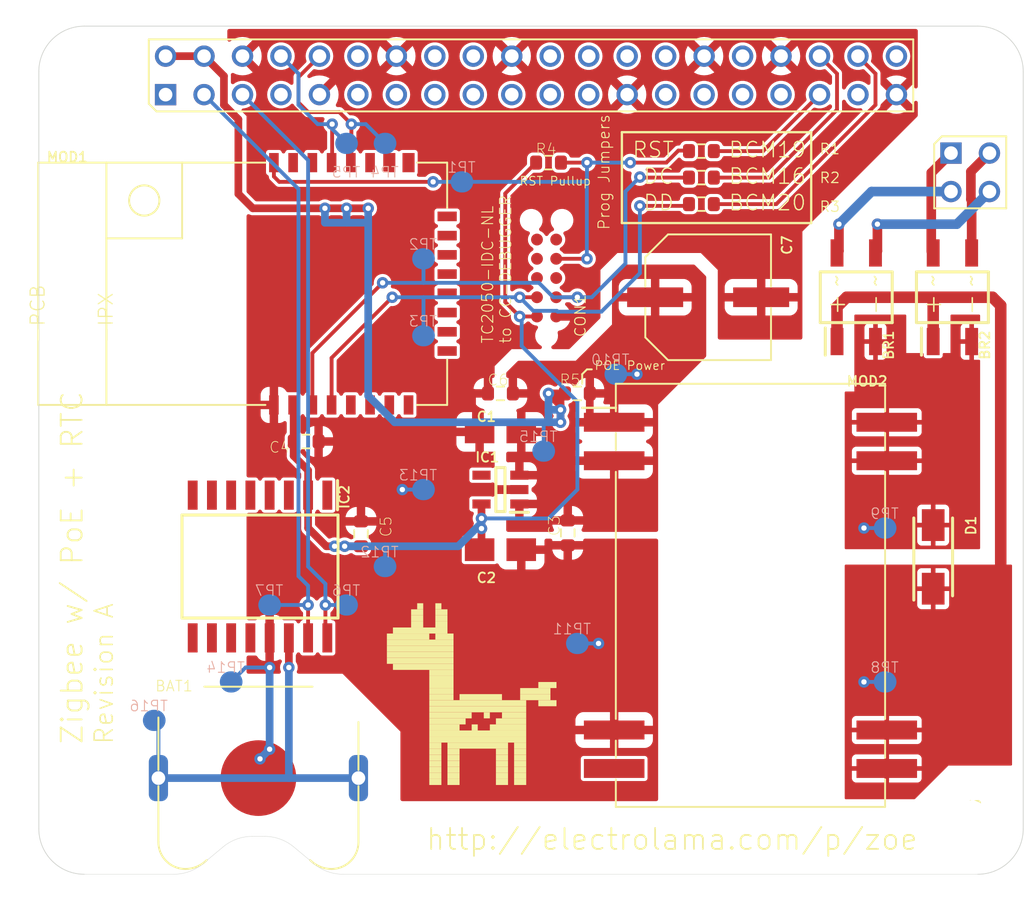
<source format=kicad_pcb>
(kicad_pcb (version 20211014) (generator pcbnew)
  (layers (0 "F.Cu" signal) (31 "B.Cu" signal) (34 "B.Paste" user) (35 "F.Paste" user) (36 "B.SilkS" user "B.Silkscreen") (37 "F.SilkS" user "F.Silkscreen") (38 "B.Mask" user) (39 "F.Mask" user) (44 "Edge.Cuts" user))
  (net 0 "")
  (net 1 "GND")
  (net 2 "VIN+")
  (net 3 "VIN-")
  (net 4 "VB1")
  (net 5 "VB2")
  (net 6 "VA1")
  (net 7 "VA2")
  (net 8 "PI_5V")
  (net 9 "PI_3V3")
  (net 10 "PI_SDA")
  (net 11 "PI_SCL")
  (net 12 "PI_TX")
  (net 13 "PI_RX")
  (net 14 "GP19")
  (net 15 "GP16")
  (net 16 "GP20")
  (net 17 "N$1")
  (net 18 "+VDC")
  (net 19 "VCC")
  (net 20 "CC_RST")
  (net 21 "CC_DC")
  (net 22 "CC_DD")
  (footprint "eagleBoard:_PKG_C_0603" (layer "F.Cu") (at 151.5611 101.2536)
    (fp_text reference "R5")
    (fp_text value "")
  )
  (footprint "eagleBoard:_PKG_C_0603" (layer "F.Cu") (at 137.2736 110.5246 90)
    (fp_text reference "C5")
    (fp_text value "")
  )
  (footprint "eagleBoard:SOT95P280X145-5N" (layer "F.Cu") (at 146.4811 107.6036 180)
    (fp_text reference "IC1")
    (fp_text value "LDO-TLV70333DBVR")
  )
  (footprint "eagleBoard:SOIC127P1032X265-16N" (layer "F.Cu") (at 130.6061 112.6836 -90)
    (fp_text reference "IC2")
    (fp_text value "DS3231SN#")
  )
  (footprint "eagleBoard:SOP254P665X270-4N" (layer "F.Cu") (at 169.9761 94.9036 90)
    (fp_text reference "BR1")
    (fp_text value "DIODE-RECTIFIER-MB6S")
  )
  (footprint "eagleBoard:DIOM5126X250N" (layer "F.Cu") (at 175.0561 112.0486 90)
    (fp_text reference "D1")
    (fp_text value "DIODE-TVS-SMAJ58CA")
  )
  (footprint "eagleBoard:EBYTE-E18-MS1PA1" (layer "F.Cu") (at 129.4631 94.0146 -90)
    (fp_text reference "MOD1")
    (fp_text value "")
  )
  (footprint "eagleBoard:_CAP_ELCO_D8_L10.5" (layer "F.Cu") (at 160.1971 94.9036 180)
    (fp_text reference "C7")
    (fp_text value "")
  )
  (footprint "eagleBoard:TC2050-IDC-NL" (layer "F.Cu") (at 149.5291 97.4436 90)
    (fp_text reference "CON1")
    (fp_text value "" hide)
  )
  (footprint "eagleBoard:SILVERTEL_AG9800M" (layer "F.Cu") (at 162.9911 114.5886 -90)
    (fp_text reference "MOD2")
    (fp_text value "")
  )
  (footprint "eagleBoard:_CAP_TANT_A_3216-18R" (layer "F.Cu") (at 146.4811 111.57235 180)
    (fp_text reference "C2")
    (fp_text value "")
  )
  (footprint "eagleBoard:_PKG_C_0603" (layer "F.Cu") (at 159.7511 88.7536 180)
    (fp_text reference "R3" hide)
    (fp_text value "")
  )
  (footprint "eagleBoard:_PKG_C_0603" (layer "F.Cu") (at 159.7511 87.0036 180)
    (fp_text reference "R2" hide)
    (fp_text value "")
  )
  (footprint "eagleBoard:KEYSTONE_3001" (layer "F.Cu") (at 130.5011 126.6536 180)
    (fp_text reference "BAT1")
    (fp_text value "")
  )
  (footprint "eagleBoard:_PKG_C_0603" (layer "F.Cu") (at 133.6541 104.4286)
    (fp_text reference "C4")
    (fp_text value "")
  )
  (footprint "eagleBoard:_PKG_C_0603" (layer "F.Cu") (at 150.9261 110.4611 -90)
    (fp_text reference "C3")
    (fp_text value "")
  )
  (footprint "eagleBoard:_PKG_C_0603" (layer "F.Cu") (at 149.6561 86.0136 180)
    (fp_text reference "R4")
    (fp_text value "")
  )
  (footprint "eagleBoard:SOP254P665X270-4N" (layer "F.Cu") (at 176.3261 94.9036 90)
    (fp_text reference "BR2")
    (fp_text value "DIODE-RECTIFIER-MB6S")
  )
  (footprint "eagleBoard:_CAP_TANT_A_3216-18R" (layer "F.Cu") (at 146.4811 103.7936)
    (fp_text reference "C1")
    (fp_text value "")
  )
  (footprint "eagleBoard:_PKG_C_0603" (layer "F.Cu") (at 146.4811 101.2536 180)
    (fp_text reference "C6")
    (fp_text value "")
  )
  (footprint "eagleBoard:RPI-HAT-FULL" (layer "F.Cu") (at 116.0011 133.0036)
    (fp_text reference "MOD3")
    (fp_text value "RPI-HAT-FULL")
  )
  (footprint "eagleBoard:ELECTROLAMA" (layer "F.Cu") (at 145.0011 122.5511)
    (fp_text reference "U$1" hide)
    (fp_text value "LOGO-ELECTROLAMA" hide)
  )
  (footprint "eagleBoard:_PKG_C_0603" (layer "F.Cu") (at 159.7511 85.2536)
    (fp_text reference "R1" hide)
    (fp_text value "")
  )
  (footprint "eagleBoard:TP" (layer "B.Cu") (at 141.4011 107.6036 180)
    (fp_text reference "TP13")
    (fp_text value "TP" hide)
  )
  (footprint "eagleBoard:TP" (layer "B.Cu") (at 131.2411 115.2236 180)
    (fp_text reference "TP7")
    (fp_text value "TP" hide)
  )
  (footprint "eagleBoard:TP" (layer "B.Cu") (at 151.5611 117.7636 180)
    (fp_text reference "TP11")
    (fp_text value "TP" hide)
  )
  (footprint "eagleBoard:TP" (layer "B.Cu") (at 138.8611 112.6836 180)
    (fp_text reference "TP12")
    (fp_text value "TP" hide)
  )
  (footprint "eagleBoard:TP" (layer "B.Cu") (at 154.1011 99.9836 180)
    (fp_text reference "TP10")
    (fp_text value "TP" hide)
  )
  (footprint "eagleBoard:TP" (layer "B.Cu") (at 149.3386 105.0636 180)
    (fp_text reference "TP15")
    (fp_text value "TP" hide)
  )
  (footprint "eagleBoard:TP" (layer "B.Cu") (at 136.3211 84.7436 180)
    (fp_text reference "TP5")
    (fp_text value "TP" hide)
  )
  (footprint "eagleBoard:TP" (layer "B.Cu") (at 128.7011 120.3036 180)
    (fp_text reference "TP14")
    (fp_text value "TP" hide)
  )
  (footprint "eagleBoard:TP" (layer "B.Cu") (at 171.8811 110.1436 180)
    (fp_text reference "TP9")
    (fp_text value "TP" hide)
  )
  (footprint "eagleBoard:TP" (layer "B.Cu") (at 171.8811 120.3036 180)
    (fp_text reference "TP8")
    (fp_text value "TP" hide)
  )
  (footprint "eagleBoard:TP" (layer "B.Cu") (at 143.9411 87.2836 180)
    (fp_text reference "TP1")
    (fp_text value "TP" hide)
  )
  (footprint "eagleBoard:TP" (layer "B.Cu") (at 136.3211 115.2236 180)
    (fp_text reference "TP6")
    (fp_text value "TP" hide)
  )
  (footprint "eagleBoard:TP" (layer "B.Cu") (at 141.4011 92.3636 180)
    (fp_text reference "TP2")
    (fp_text value "TP" hide)
  )
  (footprint "eagleBoard:TP" (layer "B.Cu") (at 138.8611 84.7436 180)
    (fp_text reference "TP4")
    (fp_text value "TP" hide)
  )
  (footprint "eagleBoard:TP" (layer "B.Cu") (at 123.6211 122.8436 180)
    (fp_text reference "TP16")
    (fp_text value "TP" hide)
  )
  (footprint "eagleBoard:TP" (layer "B.Cu") (at 141.4011 97.4436 180)
    (fp_text reference "TP3")
    (fp_text value "TP" hide)
  )
  (gr_line (start 154.1011 102.2061) (end 151.8786 102.2061) (layer "F.SilkS") (width 0.1524))
  (gr_line (start 167.0011 84.0036) (end 154.5011 84.0036) (layer "F.SilkS") (width 0.1524))
  (gr_line (start 151.8786 99.9836) (end 152.1961 99.6661) (layer "F.SilkS") (width 0.127))
  (gr_line (start 151.8786 100.6186) (end 151.8786 99.9836) (layer "F.SilkS") (width 0.127))
  (gr_line (start 152.1961 99.6661) (end 152.5136 99.6661) (layer "F.SilkS") (width 0.127))
  (gr_line (start 154.5011 84.0036) (end 154.5011 90.0036) (layer "F.SilkS") (width 0.1524))
  (gr_line (start 154.5011 90.0036) (end 167.0011 90.0036) (layer "F.SilkS") (width 0.1524))
  (gr_line (start 167.0011 90.0036) (end 167.0011 84.0036) (layer "F.SilkS") (width 0.1524))
  (gr_arc (start 126.835503 132.308266) (mid 125.936226 132.824416) (end 124.91495 133.003601) (layer "Edge.Cuts") (width 0.0254))
  (gr_line (start 178.0011 133.0036) (end 136.08725 133.0036) (layer "Edge.Cuts") (width 0.0254))
  (gr_arc (start 119.0011 133.0036) (mid 116.87978 132.12492) (end 116.0011 130.0036) (layer "Edge.Cuts") (width 0.05))
  (gr_arc (start 181.0011 130.0036) (mid 180.12242 132.12492) (end 178.0011 133.0036) (layer "Edge.Cuts") (width 0.05))
  (gr_line (start 116.0011 80.0036) (end 116.0011 130.0036) (layer "Edge.Cuts") (width 0.05))
  (gr_line (start 128.166696 131.198938) (end 126.835503 132.308266) (layer "Edge.Cuts") (width 0.0254))
  (gr_line (start 124.91495 133.0036) (end 119.0011 133.0036) (layer "Edge.Cuts") (width 0.0254))
  (gr_line (start 134.166696 132.308266) (end 132.835503 131.198938) (layer "Edge.Cuts") (width 0.0254))
  (gr_arc (start 116.0011 80.0036) (mid 116.87978 77.88228) (end 119.0011 77.0036) (layer "Edge.Cuts") (width 0.05))
  (gr_arc (start 128.166696 131.198937) (mid 129.065974 130.682785) (end 130.08725 130.5036) (layer "Edge.Cuts") (width 0.0254))
  (gr_line (start 178.0011 77.0036) (end 119.0011 77.0036) (layer "Edge.Cuts") (width 0.05))
  (gr_line (start 181.0011 130.0036) (end 181.0011 80.0036) (layer "Edge.Cuts") (width 0.05))
  (gr_line (start 130.91495 130.5036) (end 130.08725 130.5036) (layer "Edge.Cuts") (width 0.0254))
  (gr_arc (start 178.0011 77.0036) (mid 180.12242 77.88228) (end 181.0011 80.0036) (layer "Edge.Cuts") (width 0.05))
  (gr_arc (start 130.91495 130.503599) (mid 131.936226 130.682785) (end 132.835503 131.198938) (layer "Edge.Cuts") (width 0.0254))
  (gr_arc (start 136.08725 133.0036) (mid 135.065974 132.824416) (end 134.166696 132.308266) (layer "Edge.Cuts") (width 0.0254))
  (gr_text "Zigbee w/ PoE + RTC" (at 119.0011 124.5036 90) (layer "F.SilkS") (effects (font (size 1.38 1.38) (thickness 0.12)) (justify left bottom)))
  (gr_text "POE Power" (at 152.6591 99.7479) (layer "F.SilkS") (effects (font (size 0.5715 0.5715) (thickness 0.0635)) (justify left bottom)))
  (gr_text "DC" (at 158.0011 87.5036) (layer "F.SilkS") (effects (font (size 1.012 1.012) (thickness 0.088)) (justify right bottom)))
  (gr_text "Revision A" (at 121.0011 124.5036 90) (layer "F.SilkS") (effects (font (size 1.196 1.196) (thickness 0.104)) (justify left bottom)))
  (gr_text "BCM16" (at 161.5011 87.5036) (layer "F.SilkS") (effects (font (size 1.012 1.012) (thickness 0.088)) (justify left bottom)))
  (gr_text "R1" (at 167.5111 85.5136) (layer "F.SilkS") (effects (font (size 0.6858 0.6858) (thickness 0.0762)) (justify left bottom)))
  (gr_text "http://electrolama.com/p/zoe" (at 141.5011 131.5036) (layer "F.SilkS") (effects (font (size 1.38 1.38) (thickness 0.12)) (justify left bottom)))
  (gr_text "RST" (at 158.0011 85.7536) (layer "F.SilkS") (effects (font (size 1.012 1.012) (thickness 0.088)) (justify right bottom)))
  (gr_text "TC2050-IDC-NL\nto CC-DEBUGGER" (at 147.2511 98.0036 90) (layer "F.SilkS") (effects (font (size 0.736 0.736) (thickness 0.064)) (justify left bottom)))
  (gr_text "Prog Jumpers" (at 153.7511 90.5036 90) (layer "F.SilkS") (effects (font (size 0.736 0.736) (thickness 0.064)) (justify left bottom)))
  (gr_text "R3" (at 167.5111 89.3236) (layer "F.SilkS") (effects (font (size 0.6858 0.6858) (thickness 0.0762)) (justify left bottom)))
  (gr_text "RST Pullup" (at 147.7061 87.5686) (layer "F.SilkS") (effects (font (size 0.5715 0.5715) (thickness 0.0635)) (justify left bottom)))
  (gr_text "BCM20" (at 161.5011 89.2536) (layer "F.SilkS") (effects (font (size 1.012 1.012) (thickness 0.088)) (justify left bottom)))
  (gr_text "BCM19" (at 161.5011 85.7536) (layer "F.SilkS") (effects (font (size 1.012 1.012) (thickness 0.088)) (justify left bottom)))
  (gr_text "R2" (at 167.5111 87.4186) (layer "F.SilkS") (effects (font (size 0.6858 0.6858) (thickness 0.0762)) (justify left bottom)))
  (gr_text "DD" (at 158.0011 89.2536) (layer "F.SilkS") (effects (font (size 1.012 1.012) (thickness 0.088)) (justify right bottom)))
  (segment (start 144.73485 101.09485) (end 144.73485 103.42235) (width 0.254) (layer "F.Cu") (net 1))
  (segment (start 150.9261 96.1736) (end 150.9261 96.01485) (width 0.508) (layer "F.Cu") (net 1))
  (segment (start 130.6061 125.3836) (end 130.6061 126.5486) (width 0.508) (layer "F.Cu") (net 1))
  (segment (start 147.7311 107.6036) (end 145.2111 107.6036) (width 0.5842) (layer "F.Cu") (net 1))
  (segment (start 130.5011 126.6536) (end 130.5011 125.4886) (width 0.508) (layer "F.Cu") (net 1))
  (segment (start 130.6061 125.3836) (end 131.2411 124.7486) (width 0.508) (layer "F.Cu") (net 1))
  (segment (start 131.2411 117.3956) (end 131.2411 119.3511) (width 0.508) (layer "F.Cu") (net 1))
  (segment (start 150.1641 96.1736) (end 150.9261 96.1736) (width 0.508) (layer "F.Cu") (net 1))
  (segment (start 130.5011 125.4886) (end 130.6061 125.3836) (width 0.508) (layer "F.Cu") (net 1))
  (segment (start 144.8936 101.2536) (end 144.73485 101.09485) (width 0.254) (layer "F.Cu") (net 1))
  (segment (start 130.6061 126.5486) (end 130.5011 126.6536) (width 0.508) (layer "F.Cu") (net 1))
  (segment (start 144.73485 103.42235) (end 145.1061 103.7936) (width 0.254) (layer "F.Cu") (net 1))
  (segment (start 145.6611 101.2536) (end 144.8936 101.2536) (width 0.254) (layer "F.Cu") (net 1))
  (via (at 130.6061 125.3836) (size 0.7564) (drill 0.35) (layers "F.Cu" "B.Cu") (net 1))
  (via (at 131.2411 124.7486) (size 0.7564) (drill 0.35) (layers "F.Cu" "B.Cu") (net 1))
  (via (at 131.2411 119.3511) (size 0.7564) (drill 0.35) (layers "F.Cu" "B.Cu") (net 1))
  (via (at 140.0041 107.6036) (size 0.7564) (drill 0.35) (layers "F.Cu" "B.Cu") (net 1))
  (via (at 152.9581 117.7636) (size 0.7564) (drill 0.35) (layers "F.Cu" "B.Cu") (net 1))
  (segment (start 128.7011 120.3036) (end 129.6536 119.3511) (width 0.254) (layer "B.Cu") (net 1))
  (segment (start 129.6536 119.3511) (end 131.2411 119.3511) (width 0.254) (layer "B.Cu") (net 1))
  (segment (start 141.4011 107.6036) (end 140.0041 107.6036) (width 0.254) (layer "B.Cu") (net 1))
  (segment (start 131.2411 119.3511) (end 131.2411 124.7486) (width 0.508) (layer "B.Cu") (net 1))
  (segment (start 131.2411 124.7486) (end 130.6061 125.3836) (width 0.508) (layer "B.Cu") (net 1))
  (segment (start 151.5611 117.7636) (end 152.9581 117.7636) (width 0.254) (layer "B.Cu") (net 1))
  (segment (start 178.9691 94.9036) (end 179.5152 95.4497) (width 0.762) (layer "F.Cu") (net 2))
  (segment (start 168.7061 97.8286) (end 168.7061 95.5386) (width 0.762) (layer "F.Cu") (net 2))
  (segment (start 168.7061 95.5386) (end 169.3411 94.9036) (width 0.762) (layer "F.Cu") (net 2))
  (segment (start 175.0561 94.9036) (end 178.9691 94.9036) (width 0.762) (layer "F.Cu") (net 2))
  (segment (start 179.5152 95.4497) (end 179.5152 114.257) (width 0.762) (layer "F.Cu") (net 2))
  (segment (start 169.3411 94.9036) (end 175.0561 94.9036) (width 0.762) (layer "F.Cu") (net 2))
  (segment (start 175.0561 97.8286) (end 175.0561 94.9036) (width 0.762) (layer "F.Cu") (net 2))
  (segment (start 179.5152 114.257) (end 179.5011 114.2711) (width 0.762) (layer "F.Cu") (net 2))
  (via (at 170.4841 120.3036) (size 0.7564) (drill 0.35) (layers "F.Cu" "B.Cu") (net 2))
  (segment (start 171.8811 120.3036) (end 170.4841 120.3036) (width 0.254) (layer "B.Cu") (net 2))
  (via (at 170.4841 110.1436) (size 0.7564) (drill 0.35) (layers "F.Cu" "B.Cu") (net 3))
  (segment (start 171.8811 110.1436) (end 170.4841 110.1436) (width 0.254) (layer "B.Cu") (net 3))
  (segment (start 171.3731 91.8516) (end 171.2461 91.9786) (width 0.635) (layer "F.Cu") (net 4))
  (segment (start 171.3731 90.0776) (end 171.3731 91.8516) (width 0.635) (layer "F.Cu") (net 4))
  (via (at 171.3731 90.0776) (size 0.7564) (drill 0.35) (layers "F.Cu" "B.Cu") (net 4))
  (segment (start 178.77085 87.92495) (end 176.6182 90.0776) (width 0.635) (layer "B.Cu") (net 4))
  (segment (start 176.6182 90.0776) (end 171.3731 90.0776) (width 0.635) (layer "B.Cu") (net 4))
  (segment (start 168.8331 91.8516) (end 168.7061 91.9786) (width 0.635) (layer "F.Cu") (net 5))
  (segment (start 168.8331 90.0776) (end 168.8331 91.8516) (width 0.635) (layer "F.Cu") (net 5))
  (via (at 168.8331 90.0776) (size 0.7564) (drill 0.35) (layers "F.Cu" "B.Cu") (net 5))
  (segment (start 176.23085 87.92495) (end 170.98575 87.92495) (width 0.635) (layer "B.Cu") (net 5))
  (segment (start 170.98575 87.92495) (end 168.8331 90.0776) (width 0.635) (layer "B.Cu") (net 5))
  (segment (start 177.5961 88.482188) (end 177.54615 88.432238) (width 0.635) (layer "F.Cu") (net 6))
  (segment (start 177.54615 88.432238) (end 177.54615 86.60965) (width 0.635) (layer "F.Cu") (net 6))
  (segment (start 177.5961 91.9786) (end 177.5961 88.482188) (width 0.635) (layer "F.Cu") (net 6))
  (segment (start 177.54615 86.60965) (end 178.77085 85.38495) (width 0.635) (layer "F.Cu") (net 6))
  (segment (start 174.9291 91.8516) (end 175.0561 91.9786) (width 0.635) (layer "F.Cu") (net 7))
  (segment (start 176.23085 85.38495) (end 174.9291 86.6867) (width 0.635) (layer "F.Cu") (net 7))
  (segment (start 174.9291 86.6867) (end 174.9291 91.8516) (width 0.635) (layer "F.Cu") (net 7))
  (segment (start 129.17735 83.1561) (end 129.17735 88.07735) (width 0.508) (layer "F.Cu") (net 8))
  (segment (start 150.44985 101.5711) (end 150.44985 102.3331) (width 0.508) (layer "F.Cu") (net 8))
  (segment (start 128.22485 82.2036) (end 129.17735 83.1561) (width 0.508) (layer "F.Cu") (net 8))
  (segment (start 130.12985 89.02985) (end 134.89235 89.02985) (width 0.508) (layer "F.Cu") (net 8))
  (segment (start 136.3211 89.02985) (end 134.89235 89.02985) (width 0.508) (layer "F.Cu") (net 8))
  (segment (start 126.9104 78.98415) (end 128.22485 80.2986) (width 0.508) (layer "F.Cu") (net 8))
  (segment (start 150.7411 101.27985) (end 150.44985 101.5711) (width 0.508) (layer "F.Cu") (net 8))
  (segment (start 150.44985 103.1586) (end 150.44985 102.3331) (width 0.508) (layer "F.Cu") (net 8))
  (segment (start 128.22485 80.2986) (end 128.22485 82.2036) (width 0.508) (layer "F.Cu") (net 8))
  (segment (start 124.3704 78.98415) (end 126.9104 78.98415) (width 0.508) (layer "F.Cu") (net 8))
  (segment (start 150.44985 102.04735) (end 150.44985 102.3331) (width 0.508) (layer "F.Cu") (net 8))
  (segment (start 149.6561 101.2536) (end 150.44985 102.04735) (width 0.508) (layer "F.Cu") (net 8))
  (segment (start 150.7411 101.2536) (end 149.6561 101.2536) (width 0.508) (layer "F.Cu") (net 8))
  (segment (start 129.17735 88.07735) (end 130.12985 89.02985) (width 0.508) (layer "F.Cu") (net 8))
  (segment (start 150.7411 101.2536) (end 150.7411 101.27985) (width 0.508) (layer "F.Cu") (net 8))
  (segment (start 137.74985 89.02985) (end 136.3211 89.02985) (width 0.508) (layer "F.Cu") (net 8))
  (via (at 150.44985 103.1586) (size 0.7564) (drill 0.35) (layers "F.Cu" "B.Cu") (net 8))
  (via (at 134.89235 89.02985) (size 0.7564) (drill 0.35) (layers "F.Cu" "B.Cu") (net 8))
  (via (at 137.74985 89.02985) (size 0.7564) (drill 0.35) (layers "F.Cu" "B.Cu") (net 8))
  (via (at 150.44985 102.3331) (size 0.7564) (drill 0.35) (layers "F.Cu" "B.Cu") (net 8))
  (via (at 136.3211 89.02985) (size 0.7564) (drill 0.35) (layers "F.Cu" "B.Cu") (net 8))
  (via (at 149.6561 101.2536) (size 0.7564) (drill 0.35) (layers "F.Cu" "B.Cu") (net 8))
  (segment (start 149.6561 101.2536) (end 149.6561 102.36485) (width 0.508) (layer "B.Cu") (net 8))
  (segment (start 134.89235 89.98235) (end 134.89235 89.02985) (width 0.508) (layer "B.Cu") (net 8))
  (segment (start 149.3386 103.1586) (end 149.6561 103.1586) (width 0.508) (layer "B.Cu") (net 8))
  (segment (start 139.4961 103.1586) (end 149.3386 103.1586) (width 0.508) (layer "B.Cu") (net 8))
  (segment (start 149.6561 103.1586) (end 150.44985 103.1586) (width 0.508) (layer "B.Cu") (net 8))
  (segment (start 137.74985 101.41235) (end 139.4961 103.1586) (width 0.508) (layer "B.Cu") (net 8))
  (segment (start 150.44985 103.1586) (end 150.44985 102.3331) (width 0.508) (layer "B.Cu") (net 8))
  (segment (start 149.6561 102.36485) (end 149.6561 103.1586) (width 0.508) (layer "B.Cu") (net 8))
  (segment (start 137.74985 89.02985) (end 137.74985 89.98235) (width 0.508) (layer "B.Cu") (net 8))
  (segment (start 149.3386 105.0636) (end 149.3386 103.1586) (width 0.254) (layer "B.Cu") (net 8))
  (segment (start 149.68785 102.3331) (end 150.44985 102.3331) (width 0.508) (layer "B.Cu") (net 8))
  (segment (start 137.74985 101.41235) (end 137.74985 89.98235) (width 0.508) (layer "B.Cu") (net 8))
  (segment (start 149.6561 102.36485) (end 149.68785 102.3331) (width 0.508) (layer "B.Cu") (net 8))
  (segment (start 136.3211 89.98235) (end 134.89235 89.98235) (width 0.508) (layer "B.Cu") (net 8))
  (segment (start 137.74985 89.98235) (end 136.3211 89.98235) (width 0.508) (layer "B.Cu") (net 8))
  (segment (start 136.3211 89.02985) (end 136.3211 89.98235) (width 0.508) (layer "B.Cu") (net 8))
  (segment (start 133.7811 117.3956) (end 133.7811 115.2236) (width 0.254) (layer "F.Cu") (net 10))
  (via (at 133.7811 115.2236) (size 0.7564) (drill 0.35) (layers "F.Cu" "B.Cu") (net 10))
  (segment (start 133.7811 115.2236) (end 133.7811 113.9536) (width 0.254) (layer "B.Cu") (net 10))
  (segment (start 133.7811 113.9536) (end 133.1461 113.3186) (width 0.254) (layer "B.Cu") (net 10))
  (segment (start 133.1461 87.75985) (end 126.9104 81.52415) (width 0.254) (layer "B.Cu") (net 10))
  (segment (start 131.2411 115.2236) (end 133.7811 115.2236) (width 0.254) (layer "B.Cu") (net 10))
  (segment (start 133.1461 113.3186) (end 133.1461 87.75985) (width 0.254) (layer "B.Cu") (net 10))
  (segment (start 134.9241 115.2236) (end 134.9241 117.2686) (width 0.254) (layer "F.Cu") (net 11))
  (segment (start 135.0511 117.3956) (end 134.9241 117.2686) (width 0.254) (layer "F.Cu") (net 11))
  (via (at 134.9241 115.2236) (size 0.7564) (drill 0.35) (layers "F.Cu" "B.Cu") (net 11))
  (segment (start 136.3211 115.2236) (end 134.9241 115.2236) (width 0.254) (layer "B.Cu") (net 11))
  (segment (start 133.7811 112.6836) (end 133.7811 85.85485) (width 0.254) (layer "B.Cu") (net 11))
  (segment (start 133.7811 85.85485) (end 129.4504 81.52415) (width 0.254) (layer "B.Cu") (net 11))
  (segment (start 134.9241 115.2236) (end 134.9241 113.8266) (width 0.254) (layer "B.Cu") (net 11))
  (segment (start 134.9241 113.8266) (end 133.7811 112.6836) (width 0.254) (layer "B.Cu") (net 11))
  (segment (start 135.3686 85.9791) (end 135.3331 86.0146) (width 0.254) (layer "F.Cu") (net 12))
  (segment (start 135.3686 83.4736) (end 135.3686 85.9791) (width 0.254) (layer "F.Cu") (net 12))
  (via (at 135.3686 83.4736) (size 0.7564) (drill 0.35) (layers "F.Cu" "B.Cu") (net 12))
  (segment (start 133.1461 80.13985) (end 133.1461 82.2036) (width 0.254) (layer "B.Cu") (net 12))
  (segment (start 131.9904 78.98415) (end 133.1461 80.13985) (width 0.254) (layer "B.Cu") (net 12))
  (segment (start 133.1461 82.2036) (end 134.4161 83.4736) (width 0.254) (layer "B.Cu") (net 12))
  (segment (start 136.3211 84.7436) (end 135.3686 83.7911) (width 0.254) (layer "B.Cu") (net 12))
  (segment (start 135.3686 83.7911) (end 135.3686 83.4736) (width 0.254) (layer "B.Cu") (net 12))
  (segment (start 134.4161 83.4736) (end 135.3686 83.4736) (width 0.254) (layer "B.Cu") (net 12))
  (segment (start 135.84485 82.67985) (end 136.6386 83.4736) (width 0.254) (layer "F.Cu") (net 13))
  (segment (start 133.1461 80.36845) (end 133.1461 82.04485) (width 0.254) (layer "F.Cu") (net 13))
  (segment (start 134.5304 78.98415) (end 133.1461 80.36845) (width 0.254) (layer "F.Cu") (net 13))
  (segment (start 133.1461 82.04485) (end 133.7811 82.67985) (width 0.254) (layer "F.Cu") (net 13))
  (segment (start 133.7811 82.67985) (end 135.84485 82.67985) (width 0.254) (layer "F.Cu") (net 13))
  (segment (start 136.6386 85.9791) (end 136.6031 86.0146) (width 0.254) (layer "F.Cu") (net 13))
  (segment (start 136.6386 85.9791) (end 136.6386 83.4736) (width 0.254) (layer "F.Cu") (net 13))
  (via (at 136.6386 83.4736) (size 0.7564) (drill 0.35) (layers "F.Cu" "B.Cu") (net 13))
  (segment (start 137.5911 83.4736) (end 138.8611 84.7436) (width 0.254) (layer "B.Cu") (net 13))
  (segment (start 136.6386 83.4736) (end 137.5911 83.4736) (width 0.254) (layer "B.Cu") (net 13))
  (segment (start 163.82095 85.2536) (end 167.5504 81.52415) (width 0.254) (layer "F.Cu") (net 14))
  (segment (start 160.5711 85.2536) (end 163.82095 85.2536) (width 0.254) (layer "F.Cu") (net 14))
  (segment (start 168.7061 80.13985) (end 167.5504 78.98415) (width 0.254) (layer "F.Cu") (net 15))
  (segment (start 164.2236 87.0036) (end 168.7061 82.5211) (width 0.254) (layer "F.Cu") (net 15))
  (segment (start 168.7061 82.5211) (end 168.7061 80.13985) (width 0.254) (layer "F.Cu") (net 15))
  (segment (start 160.5711 87.0036) (end 164.2236 87.0036) (width 0.254) (layer "F.Cu") (net 15))
  (segment (start 171.2461 82.2036) (end 171.2461 80.13985) (width 0.254) (layer "F.Cu") (net 16))
  (segment (start 171.2461 80.13985) (end 170.0904 78.98415) (width 0.254) (layer "F.Cu") (net 16))
  (segment (start 164.6961 88.7536) (end 171.2461 82.2036) (width 0.254) (layer "F.Cu") (net 16))
  (segment (start 160.5711 88.7536) (end 164.6961 88.7536) (width 0.254) (layer "F.Cu") (net 16))
  (segment (start 132.5111 117.3956) (end 132.5111 119.3511) (width 0.508) (layer "F.Cu") (net 17))
  (via (at 132.5111 119.3511) (size 0.7564) (drill 0.35) (layers "F.Cu" "B.Cu") (net 17))
  (segment (start 123.8971 123.1196) (end 123.6211 122.8436) (width 0.254) (layer "B.Cu") (net 17))
  (segment (start 123.8971 126.6536) (end 123.8971 123.1196) (width 0.254) (layer "B.Cu") (net 17))
  (segment (start 137.1051 126.6536) (end 132.5111 126.6536) (width 0.508) (layer "B.Cu") (net 17))
  (segment (start 123.8971 126.6536) (end 132.5111 126.6536) (width 0.508) (layer "B.Cu") (net 17))
  (segment (start 132.5111 119.3511) (end 132.5111 126.6536) (width 0.508) (layer "B.Cu") (net 17))
  (segment (start 152.5136 103.4761) (end 153.6736 103.4761) (width 0.508) (layer "F.Cu") (net 18))
  (segment (start 152.3811 102.9736) (end 152.1961 103.1586) (width 0.508) (layer "F.Cu") (net 18))
  (segment (start 153.6736 103.4761) (end 153.9911 103.1586) (width 0.508) (layer "F.Cu") (net 18))
  (segment (start 152.3811 101.2536) (end 152.3811 102.9736) (width 0.508) (layer "F.Cu") (net 18))
  (segment (start 152.1961 103.1586) (end 152.5136 103.4761) (width 0.508) (layer "F.Cu") (net 18))
  (via (at 155.4981 99.9836) (size 0.7564) (drill 0.35) (layers "F.Cu" "B.Cu") (net 18))
  (segment (start 154.1011 99.9836) (end 155.4981 99.9836) (width 0.254) (layer "B.Cu") (net 18))
  (segment (start 133.7811 110.1436) (end 134.9821 111.3446) (width 0.508) (layer "F.Cu") (net 19))
  (segment (start 145.2311 111.44735) (end 145.1061 111.57235) (width 0.508) (layer "F.Cu") (net 19))
  (segment (start 133.7811 106.3336) (end 132.8286 105.3811) (width 0.508) (layer "F.Cu") (net 19))
  (segment (start 133.7811 107.9716) (end 133.7811 106.3336) (width 0.508) (layer "F.Cu") (net 19))
  (segment (start 134.9821 111.3446) (end 135.52735 111.3446) (width 0.508) (layer "F.Cu") (net 19))
  (segment (start 145.2311 110.17535) (end 145.2311 111.44735) (width 0.508) (layer "F.Cu") (net 19))
  (segment (start 148.8941 96.1736) (end 147.7511 96.1736) (width 0.254) (layer "F.Cu") (net 19))
  (segment (start 145.2311 109.5086) (end 145.2311 110.17535) (width 0.508) (layer "F.Cu") (net 19))
  (segment (start 135.52735 111.3446) (end 136.1941 111.3446) (width 0.508) (layer "F.Cu") (net 19))
  (segment (start 146.7986 95.2211) (end 147.7511 96.1736) (width 0.254) (layer "F.Cu") (net 19))
  (segment (start 146.7986 88.0511) (end 146.7986 95.2211) (width 0.254) (layer "F.Cu") (net 19))
  (segment (start 145.2311 108.5536) (end 145.2311 109.5086) (width 0.508) (layer "F.Cu") (net 19))
  (segment (start 132.8341 104.4286) (end 132.8286 104.4231) (width 0.508) (layer "F.Cu") (net 19))
  (segment (start 132.8286 104.4231) (end 132.8286 102.0501) (width 0.508) (layer "F.Cu") (net 19))
  (segment (start 133.7811 110.1436) (end 133.7811 107.9716) (width 0.508) (layer "F.Cu") (net 19))
  (segment (start 148.8361 86.0136) (end 146.7986 88.0511) (width 0.254) (layer "F.Cu") (net 19))
  (segment (start 137.2736 111.3446) (end 136.1941 111.3446) (width 0.508) (layer "F.Cu") (net 19))
  (segment (start 132.8286 105.3811) (end 132.8286 104.4231) (width 0.508) (layer "F.Cu") (net 19))
  (segment (start 132.8286 102.0501) (end 132.7931 102.0146) (width 0.508) (layer "F.Cu") (net 19))
  (via (at 136.1941 111.3446) (size 0.7564) (drill 0.35) (layers "F.Cu" "B.Cu") (net 19))
  (via (at 145.2311 110.17535) (size 0.7564) (drill 0.35) (layers "F.Cu" "B.Cu") (net 19))
  (via (at 147.7511 96.1736) (size 0.7564) (drill 0.35) (layers "F.Cu" "B.Cu") (net 19))
  (via (at 135.52735 111.3446) (size 0.7564) (drill 0.35) (layers "F.Cu" "B.Cu") (net 19))
  (via (at 145.2311 109.5086) (size 0.7564) (drill 0.35) (layers "F.Cu" "B.Cu") (net 19))
  (segment (start 143.6926 111.3446) (end 145.2311 109.8061) (width 0.508) (layer "B.Cu") (net 19))
  (segment (start 147.7511 96.1736) (end 147.8861 96.3086) (width 0.254) (layer "B.Cu") (net 19))
  (segment (start 138.8611 111.3446) (end 143.6926 111.3446) (width 0.508) (layer "B.Cu") (net 19))
  (segment (start 135.52735 111.3446) (end 138.8611 111.3446) (width 0.508) (layer "B.Cu") (net 19))
  (segment (start 149.6561 109.5086) (end 145.2311 109.5086) (width 0.254) (layer "B.Cu") (net 19))
  (segment (start 145.2311 109.8061) (end 145.2311 109.5086) (width 0.508) (layer "B.Cu") (net 19))
  (segment (start 147.8861 96.3086) (end 147.8861 98.124157) (width 0.254) (layer "B.Cu") (net 19))
  (segment (start 147.8861 98.124157) (end 151.5611 101.799157) (width 0.254) (layer "B.Cu") (net 19))
  (segment (start 151.5611 107.6036) (end 149.6561 109.5086) (width 0.254) (layer "B.Cu") (net 19))
  (segment (start 151.5611 101.799157) (end 151.5611 107.6036) (width 0.254) (layer "B.Cu") (net 19))
  (segment (start 138.8611 112.6836) (end 138.8611 111.3446) (width 0.254) (layer "B.Cu") (net 19))
  (segment (start 158.89735 85.21985) (end 158.9311 85.2536) (width 0.254) (layer "F.Cu") (net 20))
  (segment (start 155.0536 86.0136) (end 157.43485 86.0136) (width 0.254) (layer "F.Cu") (net 20))
  (segment (start 131.5231 86.0146) (end 131.5231 86.9306) (width 0.254) (layer "F.Cu") (net 20))
  (segment (start 158.2286 85.21985) (end 158.89735 85.21985) (width 0.254) (layer "F.Cu") (net 20))
  (segment (start 157.43485 86.0136) (end 158.2286 85.21985) (width 0.254) (layer "F.Cu") (net 20))
  (segment (start 131.5231 86.9306) (end 131.8761 87.2836) (width 0.254) (layer "F.Cu") (net 20))
  (segment (start 131.8761 87.2836) (end 142.0361 87.2836) (width 0.254) (layer "F.Cu") (net 20))
  (segment (start 152.1961 86.0136) (end 150.4761 86.0136) (width 0.254) (layer "F.Cu") (net 20))
  (segment (start 152.1961 92.3636) (end 150.1641 92.3636) (width 0.254) (layer "F.Cu") (net 20))
  (via (at 152.1961 86.0136) (size 0.7564) (drill 0.35) (layers "F.Cu" "B.Cu") (net 20))
  (via (at 155.0536 86.0136) (size 0.7564) (drill 0.35) (layers "F.Cu" "B.Cu") (net 20))
  (via (at 142.0361 87.2836) (size 0.7564) (drill 0.35) (layers "F.Cu" "B.Cu") (net 20))
  (via (at 152.1961 92.3636) (size 0.7564) (drill 0.35) (layers "F.Cu" "B.Cu") (net 20))
  (segment (start 152.1961 86.0136) (end 152.1961 87.2836) (width 0.254) (layer "B.Cu") (net 20))
  (segment (start 152.1881 87.2836) (end 152.1961 87.2836) (width 0.254) (layer "B.Cu") (net 20))
  (segment (start 152.1961 92.3636) (end 152.1881 92.3556) (width 0.254) (layer "B.Cu") (net 20))
  (segment (start 143.9411 87.2836) (end 152.1881 87.2836) (width 0.254) (layer "B.Cu") (net 20))
  (segment (start 142.0361 87.2836) (end 143.9411 87.2836) (width 0.254) (layer "B.Cu") (net 20))
  (segment (start 152.1881 87.2836) (end 152.1881 92.3556) (width 0.254) (layer "B.Cu") (net 20))
  (segment (start 155.0536 86.0136) (end 152.1961 86.0136) (width 0.254) (layer "B.Cu") (net 20))
  (segment (start 138.70235 93.9511) (end 134.0631 98.59035) (width 0.254) (layer "F.Cu") (net 21))
  (segment (start 158.9311 87.0036) (end 155.7261 87.0036) (width 0.254) (layer "F.Cu") (net 21))
  (segment (start 150.1641 94.9036) (end 151.5611 94.9036) (width 0.254) (layer "F.Cu") (net 21))
  (segment (start 134.0631 98.59035) (end 134.0631 102.0146) (width 0.254) (layer "F.Cu") (net 21))
  (segment (start 155.7261 87.0036) (end 155.6886 86.9661) (width 0.254) (layer "F.Cu") (net 21))
  (via (at 138.70235 93.9511) (size 0.7564) (drill 0.35) (layers "F.Cu" "B.Cu") (net 21))
  (via (at 151.5611 94.9036) (size 0.7564) (drill 0.35) (layers "F.Cu" "B.Cu") (net 21))
  (via (at 155.6886 86.9661) (size 0.7564) (drill 0.35) (layers "F.Cu" "B.Cu") (net 21))
  (segment (start 149.0211 93.9511) (end 141.4011 93.9511) (width 0.254) (layer "B.Cu") (net 21))
  (segment (start 149.9736 94.9036) (end 149.0211 93.9511) (width 0.254) (layer "B.Cu") (net 21))
  (segment (start 154.7361 92.6811) (end 154.7361 87.9186) (width 0.254) (layer "B.Cu") (net 21))
  (segment (start 152.5136 94.9036) (end 154.7361 92.6811) (width 0.254) (layer "B.Cu") (net 21))
  (segment (start 154.7361 87.9186) (end 155.6886 86.9661) (width 0.254) (layer "B.Cu") (net 21))
  (segment (start 151.5611 94.9036) (end 149.9736 94.9036) (width 0.254) (layer "B.Cu") (net 21))
  (segment (start 141.4011 92.3636) (end 141.4011 93.9511) (width 0.254) (layer "B.Cu") (net 21))
  (segment (start 141.4011 93.9511) (end 138.70235 93.9511) (width 0.254) (layer "B.Cu") (net 21))
  (segment (start 151.5611 94.9036) (end 152.5136 94.9036) (width 0.254) (layer "B.Cu") (net 21))
  (segment (start 139.33735 94.9036) (end 135.3331 98.90785) (width 0.254) (layer "F.Cu") (net 22))
  (segment (start 148.8941 94.9036) (end 147.7511 94.9036) (width 0.254) (layer "F.Cu") (net 22))
  (segment (start 158.8136 88.8711) (end 155.6886 88.8711) (width 0.254) (layer "F.Cu") (net 22))
  (segment (start 135.3331 98.90785) (end 135.3331 102.0146) (width 0.254) (layer "F.Cu") (net 22))
  (segment (start 158.9311 88.7536) (end 158.8136 88.8711) (width 0.254) (layer "F.Cu") (net 22))
  (via (at 155.6886 88.8711) (size 0.7564) (drill 0.35) (layers "F.Cu" "B.Cu") (net 22))
  (via (at 139.33735 94.9036) (size 0.7564) (drill 0.35) (layers "F.Cu" "B.Cu") (net 22))
  (via (at 147.7511 94.9036) (size 0.7564) (drill 0.35) (layers "F.Cu" "B.Cu") (net 22))
  (segment (start 148.6481 95.8006) (end 147.7511 94.9036) (width 0.254) (layer "B.Cu") (net 22))
  (segment (start 150.209656 95.8006) (end 148.6481 95.8006) (width 0.254) (layer "B.Cu") (net 22))
  (segment (start 141.4011 97.4436) (end 141.4011 94.9036) (width 0.254) (layer "B.Cu") (net 22))
  (segment (start 141.4011 94.9036) (end 139.33735 94.9036) (width 0.254) (layer "B.Cu") (net 22))
  (segment (start 153.1486 95.8561) (end 150.265156 95.8561) (width 0.254) (layer "B.Cu") (net 22))
  (segment (start 155.6886 93.3161) (end 153.1486 95.8561) (width 0.254) (layer "B.Cu") (net 22))
  (segment (start 147.7511 94.9036) (end 141.4011 94.9036) (width 0.254) (layer "B.Cu") (net 22))
  (segment (start 150.265156 95.8561) (end 150.209656 95.8006) (width 0.254) (layer "B.Cu") (net 22))
  (segment (start 155.6886 88.8711) (end 155.6886 93.3161) (width 0.254) (layer "B.Cu") (net 22))
  (zone (net 3) (net_name "VIN-") (layer "F.Cu") (priority 6) (connect_pads (clearance 0.000001)) (min_thickness 0.127) (fill yes (thermal_gap 0.304) (thermal_bridge_width 0.304))
    (polygon (pts (xy 173.2781 98.5866) (xy 176.1991 98.5866) (xy 176.1991 96.0466) (xy 178.1549 96.0466) (xy 178.1549 111.5406) (xy 169.2141 111.5406) (xy 169.2141 101.1266) (xy 169.8491 101.1266) (xy 169.8491 96.0466) (xy 173.2781 96.0466)))
  )
  (zone (net 2) (net_name "VIN+") (layer "F.Cu") (priority 6) (connect_pads (clearance 0.000001)) (min_thickness 0.127) (fill yes (thermal_gap 0.304) (thermal_bridge_width 0.304))
    (polygon (pts (xy 180.2631 125.8281) (xy 176.061206 125.8281) (xy 173.838705 128.0506) (xy 169.2141 128.0506) (xy 169.2141 112.5566) (xy 180.2631 112.5566)))
  )
  (zone (net 18) (net_name "+VDC") (layer "F.Cu") (priority 6) (connect_pads (clearance 0.000001)) (min_thickness 0.254) (fill yes (thermal_gap 0.558) (thermal_bridge_width 0.558))
    (polygon (pts (xy 160.0701 93.52839) (xy 160.0701 98.81881) (xy 156.8951 101.99381) (xy 156.8951 110.3976) (xy 146.8621 110.3976) (xy 146.8621 99.87839) (xy 147.64589 99.0946) (xy 151.45589 99.0946) (xy 153.8471 96.70339) (xy 153.8471 93.52839) (xy 154.63089 92.7446) (xy 159.28631 92.7446)))
  )
  (zone (net 1) (net_name "GND") (layer "F.Cu") (priority 6) (connect_pads (clearance 0.000001)) (min_thickness 0.254) (fill yes (thermal_gap 0.558) (thermal_bridge_width 0.558))
    (polygon (pts (xy 174.0401 82.94381) (xy 166.4201 90.56381) (xy 166.4201 97.6976) (xy 160.8321 97.6976) (xy 160.8321 93.10381) (xy 159.71089 91.9826) (xy 154.20631 91.9826) (xy 153.0851 93.10381) (xy 153.0851 96.27881) (xy 151.03131 98.3326) (xy 147.22131 98.3326) (xy 146.1001 99.45381) (xy 146.1001 110.03839) (xy 146.90381 110.8421) (xy 156.8951 110.8421) (xy 156.8951 128.1776) (xy 139.8771 128.1776) (xy 139.8771 123.58381) (xy 136.05714 119.76385) (xy 129.7171 119.76385) (xy 129.7171 82.94381) (xy 128.4471 81.67381) (xy 128.4471 77.1871) (xy 174.0401 77.1871)))
  )
)
</source>
